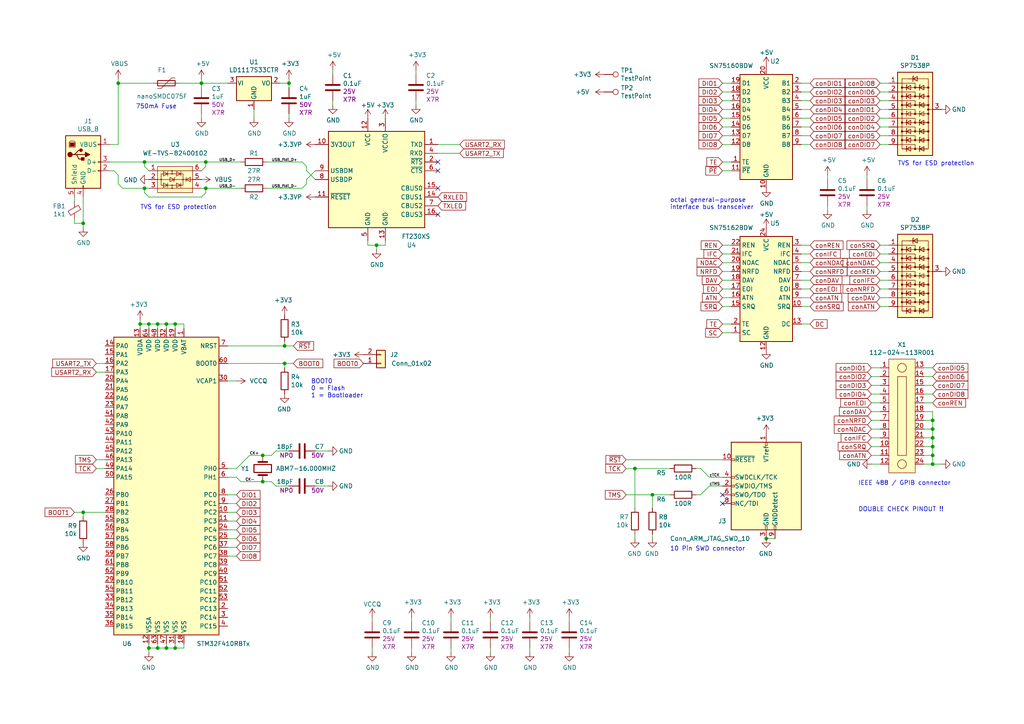
<source format=kicad_sch>
(kicad_sch (version 20210406) (generator eeschema)
  (paper "A4")
  (title_block (title "GPIB / IEEE 488 to USB Serial Adapter") (date "2020-08-19") (rev "01") (company "SBE") (comment 1 "Based on design by Galvant Industries"))
  (junction (at 24.13 64.77) (diameter 0.9144))
  (junction (at 24.13 148.59) (diameter 0.9144))
  (junction (at 34.29 24.13) (diameter 0.9144))
  (junction (at 40.64 93.98) (diameter 0.9144))
  (junction (at 41.91 46.99) (diameter 0.9144))
  (junction (at 41.91 54.61) (diameter 0.9144))
  (junction (at 43.18 93.98) (diameter 0.9144))
  (junction (at 43.18 187.96) (diameter 0.9144))
  (junction (at 45.72 93.98) (diameter 0.9144))
  (junction (at 45.72 187.96) (diameter 0.9144))
  (junction (at 48.26 93.98) (diameter 0.9144))
  (junction (at 48.26 187.96) (diameter 0.9144))
  (junction (at 50.8 93.98) (diameter 0.9144))
  (junction (at 50.8 187.96) (diameter 0.9144))
  (junction (at 58.42 24.13) (diameter 0.9144))
  (junction (at 59.69 46.99) (diameter 0.9144))
  (junction (at 59.69 54.61) (diameter 0.9144))
  (junction (at 76.2 132.08) (diameter 0.9144))
  (junction (at 76.2 139.7) (diameter 0.9144))
  (junction (at 82.55 100.33) (diameter 0.9144))
  (junction (at 82.55 105.41) (diameter 0.9144))
  (junction (at 83.82 24.13) (diameter 0.9144))
  (junction (at 109.22 71.12) (diameter 0.9144))
  (junction (at 184.15 135.89) (diameter 0.9144))
  (junction (at 189.23 143.51) (diameter 0.9144))
  (junction (at 222.25 156.21) (diameter 0.9144))
  (junction (at 270.51 121.92) (diameter 0.9144))
  (junction (at 270.51 124.46) (diameter 0.9144))
  (junction (at 270.51 127) (diameter 0.9144))
  (junction (at 270.51 129.54) (diameter 0.9144))
  (junction (at 270.51 132.08) (diameter 0.9144))
  (junction (at 270.51 134.62) (diameter 0.9144))
  (no_connect (at 127 46.99))
  (no_connect (at 127 49.53))
  (no_connect (at 127 54.61))
  (no_connect (at 127 62.23))
  (no_connect (at 209.55 143.51))
  (no_connect (at 209.55 146.05))
  (wire (pts (xy 21.59 58.42) (xy 21.59 57.15)))
  (wire (pts (xy 21.59 64.77) (xy 21.59 63.5)))
  (wire (pts (xy 21.59 148.59) (xy 24.13 148.59)))
  (wire (pts (xy 24.13 57.15) (xy 24.13 64.77)))
  (wire (pts (xy 24.13 64.77) (xy 21.59 64.77)))
  (wire (pts (xy 24.13 64.77) (xy 24.13 66.04)))
  (wire (pts (xy 24.13 148.59) (xy 30.48 148.59)))
  (wire (pts (xy 24.13 149.86) (xy 24.13 148.59)))
  (wire (pts (xy 27.94 105.41) (xy 30.48 105.41)))
  (wire (pts (xy 27.94 133.35) (xy 30.48 133.35)))
  (wire (pts (xy 30.48 107.95) (xy 27.94 107.95)))
  (wire (pts (xy 30.48 135.89) (xy 27.94 135.89)))
  (wire (pts (xy 31.75 41.91) (xy 34.29 41.91)))
  (wire (pts (xy 31.75 46.99) (xy 41.91 46.99)))
  (wire (pts (xy 31.75 49.53) (xy 33.02 49.53)))
  (wire (pts (xy 33.02 49.53) (xy 34.29 50.8)))
  (wire (pts (xy 34.29 22.86) (xy 34.29 24.13)))
  (wire (pts (xy 34.29 24.13) (xy 34.29 41.91)))
  (wire (pts (xy 34.29 50.8) (xy 34.29 53.34)))
  (wire (pts (xy 34.29 53.34) (xy 35.56 54.61)))
  (wire (pts (xy 35.56 54.61) (xy 41.91 54.61)))
  (wire (pts (xy 40.64 92.71) (xy 40.64 93.98)))
  (wire (pts (xy 40.64 93.98) (xy 40.64 95.25)))
  (wire (pts (xy 40.64 93.98) (xy 43.18 93.98)))
  (wire (pts (xy 41.91 46.99) (xy 59.69 46.99)))
  (wire (pts (xy 41.91 48.26) (xy 41.91 46.99)))
  (wire (pts (xy 41.91 54.61) (xy 41.91 55.88)))
  (wire (pts (xy 41.91 54.61) (xy 43.18 54.61)))
  (wire (pts (xy 41.91 55.88) (xy 43.18 57.15)))
  (wire (pts (xy 43.18 49.53) (xy 41.91 48.26)))
  (wire (pts (xy 43.18 57.15) (xy 58.42 57.15)))
  (wire (pts (xy 43.18 93.98) (xy 43.18 95.25)))
  (wire (pts (xy 43.18 93.98) (xy 45.72 93.98)))
  (wire (pts (xy 43.18 187.96) (xy 43.18 186.69)))
  (wire (pts (xy 43.18 187.96) (xy 43.18 189.23)))
  (wire (pts (xy 44.45 24.13) (xy 34.29 24.13)))
  (wire (pts (xy 45.72 93.98) (xy 48.26 93.98)))
  (wire (pts (xy 45.72 95.25) (xy 45.72 93.98)))
  (wire (pts (xy 45.72 187.96) (xy 43.18 187.96)))
  (wire (pts (xy 45.72 187.96) (xy 45.72 186.69)))
  (wire (pts (xy 48.26 93.98) (xy 48.26 95.25)))
  (wire (pts (xy 48.26 93.98) (xy 50.8 93.98)))
  (wire (pts (xy 48.26 187.96) (xy 45.72 187.96)))
  (wire (pts (xy 48.26 187.96) (xy 48.26 186.69)))
  (wire (pts (xy 50.8 93.98) (xy 53.34 93.98)))
  (wire (pts (xy 50.8 95.25) (xy 50.8 93.98)))
  (wire (pts (xy 50.8 187.96) (xy 48.26 187.96)))
  (wire (pts (xy 50.8 187.96) (xy 50.8 186.69)))
  (wire (pts (xy 52.07 24.13) (xy 58.42 24.13)))
  (wire (pts (xy 53.34 93.98) (xy 53.34 95.25)))
  (wire (pts (xy 53.34 186.69) (xy 53.34 187.96)))
  (wire (pts (xy 53.34 187.96) (xy 50.8 187.96)))
  (wire (pts (xy 58.42 24.13) (xy 58.42 22.86)))
  (wire (pts (xy 58.42 25.4) (xy 58.42 24.13)))
  (wire (pts (xy 58.42 33.02) (xy 58.42 34.29)))
  (wire (pts (xy 58.42 49.53) (xy 59.69 48.26)))
  (wire (pts (xy 58.42 54.61) (xy 59.69 54.61)))
  (wire (pts (xy 58.42 57.15) (xy 59.69 55.88)))
  (wire (pts (xy 59.69 46.99) (xy 69.85 46.99)))
  (wire (pts (xy 59.69 48.26) (xy 59.69 46.99)))
  (wire (pts (xy 59.69 54.61) (xy 69.85 54.61)))
  (wire (pts (xy 59.69 55.88) (xy 59.69 54.61)))
  (wire (pts (xy 66.04 24.13) (xy 58.42 24.13)))
  (wire (pts (xy 66.04 100.33) (xy 82.55 100.33)))
  (wire (pts (xy 66.04 105.41) (xy 82.55 105.41)))
  (wire (pts (xy 66.04 135.89) (xy 68.58 135.89)))
  (wire (pts (xy 68.58 110.49) (xy 66.04 110.49)))
  (wire (pts (xy 68.58 135.89) (xy 72.39 132.08)))
  (wire (pts (xy 68.58 138.43) (xy 66.04 138.43)))
  (wire (pts (xy 68.58 143.51) (xy 66.04 143.51)))
  (wire (pts (xy 68.58 146.05) (xy 66.04 146.05)))
  (wire (pts (xy 68.58 148.59) (xy 66.04 148.59)))
  (wire (pts (xy 68.58 151.13) (xy 66.04 151.13)))
  (wire (pts (xy 68.58 153.67) (xy 66.04 153.67)))
  (wire (pts (xy 68.58 156.21) (xy 66.04 156.21)))
  (wire (pts (xy 68.58 158.75) (xy 66.04 158.75)))
  (wire (pts (xy 68.58 161.29) (xy 66.04 161.29)))
  (wire (pts (xy 69.85 139.7) (xy 68.58 138.43)))
  (wire (pts (xy 72.39 132.08) (xy 76.2 132.08)))
  (wire (pts (xy 73.66 34.29) (xy 73.66 31.75)))
  (wire (pts (xy 76.2 132.08) (xy 78.74 132.08)))
  (wire (pts (xy 76.2 139.7) (xy 69.85 139.7)))
  (wire (pts (xy 77.47 46.99) (xy 87.63 46.99)))
  (wire (pts (xy 77.47 54.61) (xy 87.63 54.61)))
  (wire (pts (xy 78.74 132.08) (xy 80.01 130.81)))
  (wire (pts (xy 78.74 139.7) (xy 76.2 139.7)))
  (wire (pts (xy 80.01 130.81) (xy 83.82 130.81)))
  (wire (pts (xy 80.01 140.97) (xy 78.74 139.7)))
  (wire (pts (xy 82.55 99.06) (xy 82.55 100.33)))
  (wire (pts (xy 82.55 100.33) (xy 85.09 100.33)))
  (wire (pts (xy 82.55 105.41) (xy 85.09 105.41)))
  (wire (pts (xy 82.55 106.68) (xy 82.55 105.41)))
  (wire (pts (xy 83.82 24.13) (xy 81.28 24.13)))
  (wire (pts (xy 83.82 24.13) (xy 83.82 22.86)))
  (wire (pts (xy 83.82 25.4) (xy 83.82 24.13)))
  (wire (pts (xy 83.82 33.02) (xy 83.82 34.29)))
  (wire (pts (xy 83.82 140.97) (xy 80.01 140.97)))
  (wire (pts (xy 88.9 48.26) (xy 87.63 46.99)))
  (wire (pts (xy 88.9 49.53) (xy 88.9 48.26)))
  (wire (pts (xy 88.9 52.07) (xy 88.9 53.34)))
  (wire (pts (xy 88.9 53.34) (xy 87.63 54.61)))
  (wire (pts (xy 91.44 49.53) (xy 88.9 52.07)))
  (wire (pts (xy 91.44 52.07) (xy 88.9 49.53)))
  (wire (pts (xy 95.25 130.81) (xy 91.44 130.81)))
  (wire (pts (xy 95.25 140.97) (xy 91.44 140.97)))
  (wire (pts (xy 96.52 20.32) (xy 96.52 21.59)))
  (wire (pts (xy 96.52 29.21) (xy 96.52 30.48)))
  (wire (pts (xy 106.68 71.12) (xy 106.68 69.85)))
  (wire (pts (xy 107.95 179.07) (xy 107.95 180.34)))
  (wire (pts (xy 107.95 187.96) (xy 107.95 189.23)))
  (wire (pts (xy 109.22 71.12) (xy 106.68 71.12)))
  (wire (pts (xy 109.22 71.12) (xy 109.22 72.39)))
  (wire (pts (xy 111.76 69.85) (xy 111.76 71.12)))
  (wire (pts (xy 111.76 71.12) (xy 109.22 71.12)))
  (wire (pts (xy 119.38 179.07) (xy 119.38 180.34)))
  (wire (pts (xy 119.38 187.96) (xy 119.38 189.23)))
  (wire (pts (xy 120.65 20.32) (xy 120.65 21.59)))
  (wire (pts (xy 120.65 29.21) (xy 120.65 30.48)))
  (wire (pts (xy 127 44.45) (xy 133.35 44.45)))
  (wire (pts (xy 130.81 179.07) (xy 130.81 180.34)))
  (wire (pts (xy 130.81 187.96) (xy 130.81 189.23)))
  (wire (pts (xy 133.35 41.91) (xy 127 41.91)))
  (wire (pts (xy 142.24 179.07) (xy 142.24 180.34)))
  (wire (pts (xy 142.24 187.96) (xy 142.24 189.23)))
  (wire (pts (xy 153.67 179.07) (xy 153.67 180.34)))
  (wire (pts (xy 153.67 187.96) (xy 153.67 189.23)))
  (wire (pts (xy 165.1 179.07) (xy 165.1 180.34)))
  (wire (pts (xy 165.1 187.96) (xy 165.1 189.23)))
  (wire (pts (xy 181.61 133.35) (xy 209.55 133.35)))
  (wire (pts (xy 181.61 135.89) (xy 184.15 135.89)))
  (wire (pts (xy 181.61 143.51) (xy 189.23 143.51)))
  (wire (pts (xy 184.15 147.32) (xy 184.15 135.89)))
  (wire (pts (xy 184.15 156.21) (xy 184.15 154.94)))
  (wire (pts (xy 189.23 147.32) (xy 189.23 143.51)))
  (wire (pts (xy 189.23 156.21) (xy 189.23 154.94)))
  (wire (pts (xy 194.31 135.89) (xy 184.15 135.89)))
  (wire (pts (xy 194.31 143.51) (xy 189.23 143.51)))
  (wire (pts (xy 203.2 135.89) (xy 201.93 135.89)))
  (wire (pts (xy 203.2 143.51) (xy 201.93 143.51)))
  (wire (pts (xy 205.74 138.43) (xy 203.2 135.89)))
  (wire (pts (xy 205.74 140.97) (xy 203.2 143.51)))
  (wire (pts (xy 209.55 24.13) (xy 212.09 24.13)))
  (wire (pts (xy 209.55 26.67) (xy 212.09 26.67)))
  (wire (pts (xy 209.55 29.21) (xy 212.09 29.21)))
  (wire (pts (xy 209.55 31.75) (xy 212.09 31.75)))
  (wire (pts (xy 209.55 34.29) (xy 212.09 34.29)))
  (wire (pts (xy 209.55 36.83) (xy 212.09 36.83)))
  (wire (pts (xy 209.55 39.37) (xy 212.09 39.37)))
  (wire (pts (xy 209.55 41.91) (xy 212.09 41.91)))
  (wire (pts (xy 209.55 46.99) (xy 212.09 46.99)))
  (wire (pts (xy 209.55 49.53) (xy 212.09 49.53)))
  (wire (pts (xy 209.55 71.12) (xy 212.09 71.12)))
  (wire (pts (xy 209.55 73.66) (xy 212.09 73.66)))
  (wire (pts (xy 209.55 76.2) (xy 212.09 76.2)))
  (wire (pts (xy 209.55 78.74) (xy 212.09 78.74)))
  (wire (pts (xy 209.55 81.28) (xy 212.09 81.28)))
  (wire (pts (xy 209.55 83.82) (xy 212.09 83.82)))
  (wire (pts (xy 209.55 86.36) (xy 212.09 86.36)))
  (wire (pts (xy 209.55 88.9) (xy 212.09 88.9)))
  (wire (pts (xy 209.55 93.98) (xy 212.09 93.98)))
  (wire (pts (xy 209.55 96.52) (xy 212.09 96.52)))
  (wire (pts (xy 209.55 138.43) (xy 205.74 138.43)))
  (wire (pts (xy 209.55 140.97) (xy 205.74 140.97)))
  (wire (pts (xy 222.25 156.21) (xy 224.79 156.21)))
  (wire (pts (xy 232.41 26.67) (xy 234.95 26.67)))
  (wire (pts (xy 232.41 31.75) (xy 234.95 31.75)))
  (wire (pts (xy 232.41 36.83) (xy 234.95 36.83)))
  (wire (pts (xy 232.41 41.91) (xy 234.95 41.91)))
  (wire (pts (xy 232.41 73.66) (xy 234.95 73.66)))
  (wire (pts (xy 232.41 78.74) (xy 234.95 78.74)))
  (wire (pts (xy 232.41 83.82) (xy 234.95 83.82)))
  (wire (pts (xy 232.41 88.9) (xy 234.95 88.9)))
  (wire (pts (xy 234.95 24.13) (xy 232.41 24.13)))
  (wire (pts (xy 234.95 29.21) (xy 232.41 29.21)))
  (wire (pts (xy 234.95 34.29) (xy 232.41 34.29)))
  (wire (pts (xy 234.95 39.37) (xy 232.41 39.37)))
  (wire (pts (xy 234.95 71.12) (xy 232.41 71.12)))
  (wire (pts (xy 234.95 76.2) (xy 232.41 76.2)))
  (wire (pts (xy 234.95 81.28) (xy 232.41 81.28)))
  (wire (pts (xy 234.95 86.36) (xy 232.41 86.36)))
  (wire (pts (xy 234.95 93.98) (xy 232.41 93.98)))
  (wire (pts (xy 240.03 50.8) (xy 240.03 52.07)))
  (wire (pts (xy 240.03 59.69) (xy 240.03 60.96)))
  (wire (pts (xy 251.46 50.8) (xy 251.46 52.07)))
  (wire (pts (xy 251.46 59.69) (xy 251.46 60.96)))
  (wire (pts (xy 252.73 106.68) (xy 255.27 106.68)))
  (wire (pts (xy 252.73 111.76) (xy 255.27 111.76)))
  (wire (pts (xy 252.73 116.84) (xy 255.27 116.84)))
  (wire (pts (xy 252.73 121.92) (xy 255.27 121.92)))
  (wire (pts (xy 252.73 127) (xy 255.27 127)))
  (wire (pts (xy 252.73 132.08) (xy 255.27 132.08)))
  (wire (pts (xy 255.27 24.13) (xy 257.81 24.13)))
  (wire (pts (xy 255.27 29.21) (xy 257.81 29.21)))
  (wire (pts (xy 255.27 34.29) (xy 257.81 34.29)))
  (wire (pts (xy 255.27 39.37) (xy 257.81 39.37)))
  (wire (pts (xy 255.27 71.12) (xy 257.81 71.12)))
  (wire (pts (xy 255.27 76.2) (xy 257.81 76.2)))
  (wire (pts (xy 255.27 81.28) (xy 257.81 81.28)))
  (wire (pts (xy 255.27 86.36) (xy 257.81 86.36)))
  (wire (pts (xy 255.27 109.22) (xy 252.73 109.22)))
  (wire (pts (xy 255.27 114.3) (xy 252.73 114.3)))
  (wire (pts (xy 255.27 119.38) (xy 252.73 119.38)))
  (wire (pts (xy 255.27 124.46) (xy 252.73 124.46)))
  (wire (pts (xy 255.27 129.54) (xy 252.73 129.54)))
  (wire (pts (xy 255.27 134.62) (xy 252.73 134.62)))
  (wire (pts (xy 257.81 26.67) (xy 255.27 26.67)))
  (wire (pts (xy 257.81 31.75) (xy 255.27 31.75)))
  (wire (pts (xy 257.81 36.83) (xy 255.27 36.83)))
  (wire (pts (xy 257.81 41.91) (xy 255.27 41.91)))
  (wire (pts (xy 257.81 73.66) (xy 255.27 73.66)))
  (wire (pts (xy 257.81 78.74) (xy 255.27 78.74)))
  (wire (pts (xy 257.81 83.82) (xy 255.27 83.82)))
  (wire (pts (xy 257.81 88.9) (xy 255.27 88.9)))
  (wire (pts (xy 267.97 106.68) (xy 270.51 106.68)))
  (wire (pts (xy 267.97 111.76) (xy 270.51 111.76)))
  (wire (pts (xy 267.97 116.84) (xy 270.51 116.84)))
  (wire (pts (xy 267.97 121.92) (xy 270.51 121.92)))
  (wire (pts (xy 267.97 127) (xy 270.51 127)))
  (wire (pts (xy 267.97 132.08) (xy 270.51 132.08)))
  (wire (pts (xy 267.97 134.62) (xy 270.51 134.62)))
  (wire (pts (xy 270.51 109.22) (xy 267.97 109.22)))
  (wire (pts (xy 270.51 114.3) (xy 267.97 114.3)))
  (wire (pts (xy 270.51 119.38) (xy 267.97 119.38)))
  (wire (pts (xy 270.51 121.92) (xy 270.51 119.38)))
  (wire (pts (xy 270.51 124.46) (xy 267.97 124.46)))
  (wire (pts (xy 270.51 124.46) (xy 270.51 121.92)))
  (wire (pts (xy 270.51 127) (xy 270.51 124.46)))
  (wire (pts (xy 270.51 129.54) (xy 267.97 129.54)))
  (wire (pts (xy 270.51 129.54) (xy 270.51 127)))
  (wire (pts (xy 270.51 132.08) (xy 270.51 129.54)))
  (wire (pts (xy 270.51 134.62) (xy 270.51 132.08)))
  (wire (pts (xy 270.51 134.62) (xy 273.05 134.62)))
  (text "750mA Fuse" (at 39.37 31.75 0) (effects (font (size 1.27 1.27)) (justify left bottom)))
  (text "TVS for ESD protection" (at 40.64 60.96 0) (effects (font (size 1.27 1.27)) (justify left bottom)))
  (text "BOOT0\n0 = Flash\n1 = Bootloader" (at 90.17 115.57 0) (effects (font (size 1.27 1.27)) (justify left bottom)))
  (text "octal general-purpose\ninterface bus transceiver" (at 194.31 60.96 0) (effects (font (size 1.27 1.27)) (justify left bottom)))
  (text "10 Pin SWD connector" (at 194.31 160.02 0) (effects (font (size 1.27 1.27)) (justify left bottom)))
  (text "IEEE 488 / GPIB connector" (at 248.92 140.97 0) (effects (font (size 1.27 1.27)) (justify left bottom)))
  (text "DOUBLE CHECK PINOUT !!" (at 248.92 148.59 0) (effects (font (size 1.27 1.27)) (justify left bottom)))
  (text "TVS for ESD protection" (at 260.35 48.26 0) (effects (font (size 1.27 1.27)) (justify left bottom)))
  (label "USB_D+" (at 63.5 46.99 0) (effects (font (size 0.7874 0.7874))))
  (label "USB_D-" (at 63.5 54.61 0) (effects (font (size 0.7874 0.7874))))
  (label "CK-" (at 71.12 139.7 0) (effects (font (size 0.7874 0.7874))))
  (label "CK+" (at 72.39 132.08 0) (effects (font (size 0.7874 0.7874))))
  (label "USB_ftdi_D+" (at 78.74 46.99 0) (effects (font (size 0.7874 0.7874))))
  (label "USB_ftdi_D-" (at 78.74 54.61 0) (effects (font (size 0.7874 0.7874))))
  (label "cTCK" (at 205.74 138.43 0) (effects (font (size 0.7874 0.7874))))
  (label "cTMS" (at 205.74 140.97 0) (effects (font (size 0.7874 0.7874))))
  (global_label "BOOT1" (shape input) (at 21.59 148.59 180) (property "Intersheet References" "${INTERSHEET_REFS}" (effects hide)))
  (global_label "USART2_TX" (shape input) (at 27.94 105.41 180) (property "Intersheet References" "${INTERSHEET_REFS}" (effects hide)))
  (global_label "USART2_RX" (shape input) (at 27.94 107.95 180) (property "Intersheet References" "${INTERSHEET_REFS}" (effects hide)))
  (global_label "TMS" (shape input) (at 27.94 133.35 180) (property "Intersheet References" "${INTERSHEET_REFS}" (effects hide)))
  (global_label "TCK" (shape input) (at 27.94 135.89 180) (property "Intersheet References" "${INTERSHEET_REFS}" (effects hide)))
  (global_label "DIO1" (shape input) (at 68.58 143.51 0) (property "Intersheet References" "${INTERSHEET_REFS}" (effects hide)))
  (global_label "DIO2" (shape input) (at 68.58 146.05 0) (property "Intersheet References" "${INTERSHEET_REFS}" (effects hide)))
  (global_label "DIO3" (shape input) (at 68.58 148.59 0) (property "Intersheet References" "${INTERSHEET_REFS}" (effects hide)))
  (global_label "DIO4" (shape input) (at 68.58 151.13 0) (property "Intersheet References" "${INTERSHEET_REFS}" (effects hide)))
  (global_label "DIO5" (shape input) (at 68.58 153.67 0) (property "Intersheet References" "${INTERSHEET_REFS}" (effects hide)))
  (global_label "DIO6" (shape input) (at 68.58 156.21 0) (property "Intersheet References" "${INTERSHEET_REFS}" (effects hide)))
  (global_label "DIO7" (shape input) (at 68.58 158.75 0) (property "Intersheet References" "${INTERSHEET_REFS}" (effects hide)))
  (global_label "DIO8" (shape input) (at 68.58 161.29 0) (property "Intersheet References" "${INTERSHEET_REFS}" (effects hide)))
  (global_label "~RST~" (shape input) (at 85.09 100.33 0) (property "Intersheet References" "${INTERSHEET_REFS}" (effects hide)))
  (global_label "BOOT0" (shape input) (at 85.09 105.41 0) (property "Intersheet References" "${INTERSHEET_REFS}" (effects hide)))
  (global_label "BOOT0" (shape input) (at 105.41 105.41 180) (property "Intersheet References" "${INTERSHEET_REFS}" (effects hide)))
  (global_label "RXLED" (shape input) (at 127 57.15 0) (property "Intersheet References" "${INTERSHEET_REFS}" (effects hide)))
  (global_label "TXLED" (shape input) (at 127 59.69 0) (property "Intersheet References" "${INTERSHEET_REFS}" (effects hide)))
  (global_label "USART2_RX" (shape input) (at 133.35 41.91 0) (property "Intersheet References" "${INTERSHEET_REFS}" (effects hide)))
  (global_label "USART2_TX" (shape input) (at 133.35 44.45 0) (property "Intersheet References" "${INTERSHEET_REFS}" (effects hide)))
  (global_label "~RST~" (shape input) (at 181.61 133.35 180) (property "Intersheet References" "${INTERSHEET_REFS}" (effects hide)))
  (global_label "TCK" (shape input) (at 181.61 135.89 180) (property "Intersheet References" "${INTERSHEET_REFS}" (effects hide)))
  (global_label "TMS" (shape input) (at 181.61 143.51 180) (property "Intersheet References" "${INTERSHEET_REFS}" (effects hide)))
  (global_label "DIO1" (shape input) (at 209.55 24.13 180) (property "Intersheet References" "${INTERSHEET_REFS}" (effects hide)))
  (global_label "DIO2" (shape input) (at 209.55 26.67 180) (property "Intersheet References" "${INTERSHEET_REFS}" (effects hide)))
  (global_label "DIO3" (shape input) (at 209.55 29.21 180) (property "Intersheet References" "${INTERSHEET_REFS}" (effects hide)))
  (global_label "DIO4" (shape input) (at 209.55 31.75 180) (property "Intersheet References" "${INTERSHEET_REFS}" (effects hide)))
  (global_label "DIO5" (shape input) (at 209.55 34.29 180) (property "Intersheet References" "${INTERSHEET_REFS}" (effects hide)))
  (global_label "DIO6" (shape input) (at 209.55 36.83 180) (property "Intersheet References" "${INTERSHEET_REFS}" (effects hide)))
  (global_label "DIO7" (shape input) (at 209.55 39.37 180) (property "Intersheet References" "${INTERSHEET_REFS}" (effects hide)))
  (global_label "DIO8" (shape input) (at 209.55 41.91 180) (property "Intersheet References" "${INTERSHEET_REFS}" (effects hide)))
  (global_label "TE" (shape input) (at 209.55 46.99 180) (property "Intersheet References" "${INTERSHEET_REFS}" (effects hide)))
  (global_label "~PE~" (shape input) (at 209.55 49.53 180) (property "Intersheet References" "${INTERSHEET_REFS}" (effects hide)))
  (global_label "REN" (shape input) (at 209.55 71.12 180) (property "Intersheet References" "${INTERSHEET_REFS}" (effects hide)))
  (global_label "IFC" (shape input) (at 209.55 73.66 180) (property "Intersheet References" "${INTERSHEET_REFS}" (effects hide)))
  (global_label "NDAC" (shape input) (at 209.55 76.2 180) (property "Intersheet References" "${INTERSHEET_REFS}" (effects hide)))
  (global_label "NRFD" (shape input) (at 209.55 78.74 180) (property "Intersheet References" "${INTERSHEET_REFS}" (effects hide)))
  (global_label "DAV" (shape input) (at 209.55 81.28 180) (property "Intersheet References" "${INTERSHEET_REFS}" (effects hide)))
  (global_label "EOI" (shape input) (at 209.55 83.82 180) (property "Intersheet References" "${INTERSHEET_REFS}" (effects hide)))
  (global_label "ATN" (shape input) (at 209.55 86.36 180) (property "Intersheet References" "${INTERSHEET_REFS}" (effects hide)))
  (global_label "SRQ" (shape input) (at 209.55 88.9 180) (property "Intersheet References" "${INTERSHEET_REFS}" (effects hide)))
  (global_label "TE" (shape input) (at 209.55 93.98 180) (property "Intersheet References" "${INTERSHEET_REFS}" (effects hide)))
  (global_label "SC" (shape input) (at 209.55 96.52 180) (property "Intersheet References" "${INTERSHEET_REFS}" (effects hide)))
  (global_label "conDIO1" (shape input) (at 234.95 24.13 0) (property "Intersheet References" "${INTERSHEET_REFS}" (effects hide)))
  (global_label "conDIO2" (shape input) (at 234.95 26.67 0) (property "Intersheet References" "${INTERSHEET_REFS}" (effects hide)))
  (global_label "conDIO3" (shape input) (at 234.95 29.21 0) (property "Intersheet References" "${INTERSHEET_REFS}" (effects hide)))
  (global_label "conDIO4" (shape input) (at 234.95 31.75 0) (property "Intersheet References" "${INTERSHEET_REFS}" (effects hide)))
  (global_label "conDIO5" (shape input) (at 234.95 34.29 0) (property "Intersheet References" "${INTERSHEET_REFS}" (effects hide)))
  (global_label "conDIO6" (shape input) (at 234.95 36.83 0) (property "Intersheet References" "${INTERSHEET_REFS}" (effects hide)))
  (global_label "conDIO7" (shape input) (at 234.95 39.37 0) (property "Intersheet References" "${INTERSHEET_REFS}" (effects hide)))
  (global_label "conDIO8" (shape input) (at 234.95 41.91 0) (property "Intersheet References" "${INTERSHEET_REFS}" (effects hide)))
  (global_label "conREN" (shape input) (at 234.95 71.12 0) (property "Intersheet References" "${INTERSHEET_REFS}" (effects hide)))
  (global_label "conIFC" (shape input) (at 234.95 73.66 0) (property "Intersheet References" "${INTERSHEET_REFS}" (effects hide)))
  (global_label "conNDAC" (shape input) (at 234.95 76.2 0) (property "Intersheet References" "${INTERSHEET_REFS}" (effects hide)))
  (global_label "conNRFD" (shape input) (at 234.95 78.74 0) (property "Intersheet References" "${INTERSHEET_REFS}" (effects hide)))
  (global_label "conDAV" (shape input) (at 234.95 81.28 0) (property "Intersheet References" "${INTERSHEET_REFS}" (effects hide)))
  (global_label "conEOI" (shape input) (at 234.95 83.82 0) (property "Intersheet References" "${INTERSHEET_REFS}" (effects hide)))
  (global_label "conATN" (shape input) (at 234.95 86.36 0) (property "Intersheet References" "${INTERSHEET_REFS}" (effects hide)))
  (global_label "conSRQ" (shape input) (at 234.95 88.9 0) (property "Intersheet References" "${INTERSHEET_REFS}" (effects hide)))
  (global_label "DC" (shape input) (at 234.95 93.98 0) (property "Intersheet References" "${INTERSHEET_REFS}" (effects hide)))
  (global_label "conDIO1" (shape input) (at 252.73 106.68 180) (property "Intersheet References" "${INTERSHEET_REFS}" (effects hide)))
  (global_label "conDIO2" (shape input) (at 252.73 109.22 180) (property "Intersheet References" "${INTERSHEET_REFS}" (effects hide)))
  (global_label "conDIO3" (shape input) (at 252.73 111.76 180) (property "Intersheet References" "${INTERSHEET_REFS}" (effects hide)))
  (global_label "conDIO4" (shape input) (at 252.73 114.3 180) (property "Intersheet References" "${INTERSHEET_REFS}" (effects hide)))
  (global_label "conEOI" (shape input) (at 252.73 116.84 180) (property "Intersheet References" "${INTERSHEET_REFS}" (effects hide)))
  (global_label "conDAV" (shape input) (at 252.73 119.38 180) (property "Intersheet References" "${INTERSHEET_REFS}" (effects hide)))
  (global_label "conNRFD" (shape input) (at 252.73 121.92 180) (property "Intersheet References" "${INTERSHEET_REFS}" (effects hide)))
  (global_label "conNDAC" (shape input) (at 252.73 124.46 180) (property "Intersheet References" "${INTERSHEET_REFS}" (effects hide)))
  (global_label "conIFC" (shape input) (at 252.73 127 180) (property "Intersheet References" "${INTERSHEET_REFS}" (effects hide)))
  (global_label "conSRQ" (shape input) (at 252.73 129.54 180) (property "Intersheet References" "${INTERSHEET_REFS}" (effects hide)))
  (global_label "conATN" (shape input) (at 252.73 132.08 180) (property "Intersheet References" "${INTERSHEET_REFS}" (effects hide)))
  (global_label "conDIO8" (shape input) (at 255.27 24.13 180) (property "Intersheet References" "${INTERSHEET_REFS}" (effects hide)))
  (global_label "conDIO6" (shape input) (at 255.27 26.67 180) (property "Intersheet References" "${INTERSHEET_REFS}" (effects hide)))
  (global_label "conDIO3" (shape input) (at 255.27 29.21 180) (property "Intersheet References" "${INTERSHEET_REFS}" (effects hide)))
  (global_label "conDIO1" (shape input) (at 255.27 31.75 180) (property "Intersheet References" "${INTERSHEET_REFS}" (effects hide)))
  (global_label "conDIO2" (shape input) (at 255.27 34.29 180) (property "Intersheet References" "${INTERSHEET_REFS}" (effects hide)))
  (global_label "conDIO4" (shape input) (at 255.27 36.83 180) (property "Intersheet References" "${INTERSHEET_REFS}" (effects hide)))
  (global_label "conDIO5" (shape input) (at 255.27 39.37 180) (property "Intersheet References" "${INTERSHEET_REFS}" (effects hide)))
  (global_label "conDIO7" (shape input) (at 255.27 41.91 180) (property "Intersheet References" "${INTERSHEET_REFS}" (effects hide)))
  (global_label "conSRQ" (shape input) (at 255.27 71.12 180) (property "Intersheet References" "${INTERSHEET_REFS}" (effects hide)))
  (global_label "conEOI" (shape input) (at 255.27 73.66 180) (property "Intersheet References" "${INTERSHEET_REFS}" (effects hide)))
  (global_label "conNDAC" (shape input) (at 255.27 76.2 180) (property "Intersheet References" "${INTERSHEET_REFS}" (effects hide)))
  (global_label "conREN" (shape input) (at 255.27 78.74 180) (property "Intersheet References" "${INTERSHEET_REFS}" (effects hide)))
  (global_label "conIFC" (shape input) (at 255.27 81.28 180) (property "Intersheet References" "${INTERSHEET_REFS}" (effects hide)))
  (global_label "conNRFD" (shape input) (at 255.27 83.82 180) (property "Intersheet References" "${INTERSHEET_REFS}" (effects hide)))
  (global_label "conDAV" (shape input) (at 255.27 86.36 180) (property "Intersheet References" "${INTERSHEET_REFS}" (effects hide)))
  (global_label "conATN" (shape input) (at 255.27 88.9 180) (property "Intersheet References" "${INTERSHEET_REFS}" (effects hide)))
  (global_label "conDIO5" (shape input) (at 270.51 106.68 0) (property "Intersheet References" "${INTERSHEET_REFS}" (effects hide)))
  (global_label "conDIO6" (shape input) (at 270.51 109.22 0) (property "Intersheet References" "${INTERSHEET_REFS}" (effects hide)))
  (global_label "conDIO7" (shape input) (at 270.51 111.76 0) (property "Intersheet References" "${INTERSHEET_REFS}" (effects hide)))
  (global_label "conDIO8" (shape input) (at 270.51 114.3 0) (property "Intersheet References" "${INTERSHEET_REFS}" (effects hide)))
  (global_label "conREN" (shape input) (at 270.51 116.84 0) (property "Intersheet References" "${INTERSHEET_REFS}" (effects hide)))
  (symbol (lib_id "power:VBUS") (at 34.29 22.86 0) (unit 1)
    (property "Reference" "#PWR05" (effects hide))
    (property "Value" "VBUS" (at 34.671 18.4658 0))
  )
  (symbol (lib_id "power:+3.3V") (at 40.64 92.71 0) (mirror y) (unit 1)
    (property "Reference" "#PWR029" (effects hide))
    (property "Value" "+3.3V" (at 40.259 88.3158 0))
  )
  (symbol (lib_id "power:+5V") (at 58.42 22.86 0) (unit 1)
    (property "Reference" "#PWR06" (effects hide))
    (property "Value" "+5V" (at 58.801 18.4658 0))
  )
  (symbol (lib_id "power:VBUS") (at 58.42 52.07 270) (unit 1)
    (property "Reference" "#PWR020" (effects hide))
    (property "Value" "VBUS" (at 62.23 52.07 90) (effects (justify left)))
  )
  (symbol (lib_id "power:VCCQ") (at 68.58 110.49 270) (mirror x) (unit 1)
    (property "Reference" "#PWR032" (effects hide))
    (property "Value" "VCCQ" (at 72.39 110.49 90) (effects (justify left)))
  )
  (symbol (lib_id "power:+3.3V") (at 82.55 91.44 0) (mirror y) (unit 1)
    (property "Reference" "#PWR028" (effects hide))
    (property "Value" "+3.3V" (at 82.169 87.0458 0))
  )
  (symbol (lib_id "power:+3.3V") (at 83.82 22.86 0) (unit 1)
    (property "Reference" "#PWR07" (effects hide))
    (property "Value" "+3.3V" (at 84.201 18.4658 0))
  )
  (symbol (lib_id "power:+3.3VP") (at 91.44 41.91 90) (unit 1)
    (property "Reference" "#PWR0101" (effects hide))
    (property "Value" "+3.3VP" (at 87.63 41.91 90) (effects (justify left)))
  )
  (symbol (lib_id "power:+3.3VP") (at 91.44 57.15 90) (unit 1)
    (property "Reference" "#PWR0102" (effects hide))
    (property "Value" "+3.3VP" (at 87.63 57.15 90) (effects (justify left)))
  )
  (symbol (lib_id "power:+5V") (at 96.52 20.32 0) (unit 1)
    (property "Reference" "#PWR02" (effects hide))
    (property "Value" "+5V" (at 96.901 15.9258 0))
  )
  (symbol (lib_id "power:+3.3V") (at 105.41 102.87 90) (mirror x) (unit 1)
    (property "Reference" "#PWR031" (effects hide))
    (property "Value" "+3.3V" (at 99.06 102.87 90))
  )
  (symbol (lib_id "power:+5V") (at 106.68 34.29 0) (unit 1)
    (property "Reference" "#PWR015" (effects hide))
    (property "Value" "+5V" (at 106.68 30.48 0))
  )
  (symbol (lib_id "power:VCCQ") (at 107.95 179.07 0) (unit 1)
    (property "Reference" "#PWR043" (effects hide))
    (property "Value" "VCCQ" (at 105.41 175.26 0) (effects (justify left)))
  )
  (symbol (lib_id "power:+3.3V") (at 111.76 34.29 0) (unit 1)
    (property "Reference" "#PWR016" (effects hide))
    (property "Value" "+3.3V" (at 111.76 30.48 0))
  )
  (symbol (lib_id "power:+3.3V") (at 119.38 179.07 0) (unit 1)
    (property "Reference" "#PWR044" (effects hide))
    (property "Value" "+3.3V" (at 119.761 174.6758 0))
  )
  (symbol (lib_id "power:+3.3V") (at 120.65 20.32 0) (unit 1)
    (property "Reference" "#PWR03" (effects hide))
    (property "Value" "+3.3V" (at 121.031 15.9258 0))
  )
  (symbol (lib_id "power:+3.3V") (at 130.81 179.07 0) (unit 1)
    (property "Reference" "#PWR045" (effects hide))
    (property "Value" "+3.3V" (at 131.191 174.6758 0))
  )
  (symbol (lib_id "power:+3.3V") (at 142.24 179.07 0) (unit 1)
    (property "Reference" "#PWR046" (effects hide))
    (property "Value" "+3.3V" (at 142.621 174.6758 0))
  )
  (symbol (lib_id "power:+3.3V") (at 153.67 179.07 0) (unit 1)
    (property "Reference" "#PWR047" (effects hide))
    (property "Value" "+3.3V" (at 154.051 174.6758 0))
  )
  (symbol (lib_id "power:+3.3V") (at 165.1 179.07 0) (unit 1)
    (property "Reference" "#PWR048" (effects hide))
    (property "Value" "+3.3V" (at 165.481 174.6758 0))
  )
  (symbol (lib_id "power:+3.3V") (at 175.26 21.59 90) (unit 1)
    (property "Reference" "#PWR04" (effects hide))
    (property "Value" "+3.3V" (at 168.91 21.59 90))
  )
  (symbol (lib_id "power:+5V") (at 175.26 26.67 90) (unit 1)
    (property "Reference" "#PWR08" (effects hide))
    (property "Value" "+5V" (at 168.91 26.67 90))
  )
  (symbol (lib_id "power:+5V") (at 222.25 19.05 0) (unit 1)
    (property "Reference" "#PWR01" (effects hide))
    (property "Value" "+5V" (at 222.25 15.24 0))
  )
  (symbol (lib_id "power:+5V") (at 222.25 66.04 0) (unit 1)
    (property "Reference" "#PWR025" (effects hide))
    (property "Value" "+5V" (at 222.25 62.23 0))
  )
  (symbol (lib_id "power:+3.3V") (at 222.25 125.73 0) (mirror y) (unit 1)
    (property "Reference" "#PWR034" (effects hide))
    (property "Value" "+3.3V" (at 221.869 121.3358 0))
  )
  (symbol (lib_id "power:+5V") (at 240.03 50.8 0) (unit 1)
    (property "Reference" "#PWR017" (effects hide))
    (property "Value" "+5V" (at 240.411 46.4058 0))
  )
  (symbol (lib_id "power:+5V") (at 251.46 50.8 0) (unit 1)
    (property "Reference" "#PWR018" (effects hide))
    (property "Value" "+5V" (at 251.841 46.4058 0))
  )
  (symbol (lib_id "Connector:TestPoint") (at 175.26 21.59 270) (unit 1)
    (property "Reference" "TP1" (at 180.0352 20.4216 90) (effects (justify left)))
    (property "Value" "TestPoint" (at 180.0352 22.733 90) (effects (justify left)))
    (property "Footprint" "TestPoint:TestPoint_Loop_D1.80mm_Drill1.0mm_Beaded" (effects hide))
    (property "article" "do not populate" (effects hide))
  )
  (symbol (lib_id "Connector:TestPoint") (at 175.26 26.67 270) (unit 1)
    (property "Reference" "TP2" (at 180.0352 25.5016 90) (effects (justify left)))
    (property "Value" "TestPoint" (at 180.0352 27.813 90) (effects (justify left)))
    (property "Footprint" "TestPoint:TestPoint_Loop_D1.80mm_Drill1.0mm_Beaded" (effects hide))
    (property "article" "do not populate" (effects hide))
  )
  (symbol (lib_id "power:GND") (at 24.13 66.04 0) (unit 1)
    (property "Reference" "#PWR024" (effects hide))
    (property "Value" "GND" (at 24.257 70.4342 0))
  )
  (symbol (lib_id "power:GND") (at 24.13 157.48 0) (unit 1)
    (property "Reference" "#PWR042" (effects hide))
    (property "Value" "GND" (at 24.257 161.8742 0))
  )
  (symbol (lib_id "power:GND") (at 43.18 52.07 270) (unit 1)
    (property "Reference" "#PWR019" (effects hide))
    (property "Value" "GND" (at 39.9288 52.197 90) (effects (justify right)))
  )
  (symbol (lib_id "power:GND") (at 43.18 189.23 0) (mirror y) (unit 1)
    (property "Reference" "#PWR049" (effects hide))
    (property "Value" "GND" (at 43.053 193.6242 0))
  )
  (symbol (lib_id "power:GND") (at 58.42 34.29 0) (unit 1)
    (property "Reference" "#PWR012" (effects hide))
    (property "Value" "GND" (at 58.547 38.6842 0))
  )
  (symbol (lib_id "power:GND") (at 73.66 34.29 0) (unit 1)
    (property "Reference" "#PWR013" (effects hide))
    (property "Value" "GND" (at 73.787 38.6842 0))
  )
  (symbol (lib_id "power:GND") (at 82.55 114.3 0) (mirror y) (unit 1)
    (property "Reference" "#PWR033" (effects hide))
    (property "Value" "GND" (at 82.423 118.6942 0))
  )
  (symbol (lib_id "power:GND") (at 83.82 34.29 0) (unit 1)
    (property "Reference" "#PWR014" (effects hide))
    (property "Value" "GND" (at 83.947 38.6842 0))
  )
  (symbol (lib_id "power:GND") (at 95.25 130.81 90) (unit 1)
    (property "Reference" "#PWR035" (effects hide))
    (property "Value" "GND" (at 100.33 130.81 90))
  )
  (symbol (lib_id "power:GND") (at 95.25 140.97 90) (unit 1)
    (property "Reference" "#PWR038" (effects hide))
    (property "Value" "GND" (at 100.33 140.97 90))
  )
  (symbol (lib_id "power:GND") (at 96.52 30.48 0) (unit 1)
    (property "Reference" "#PWR09" (effects hide))
    (property "Value" "GND" (at 96.647 34.8742 0))
  )
  (symbol (lib_id "power:GND") (at 107.95 189.23 0) (unit 1)
    (property "Reference" "#PWR050" (effects hide))
    (property "Value" "GND" (at 108.077 193.6242 0))
  )
  (symbol (lib_id "power:GND") (at 109.22 72.39 0) (unit 1)
    (property "Reference" "#PWR026" (effects hide))
    (property "Value" "GND" (at 109.347 76.7842 0))
  )
  (symbol (lib_id "power:GND") (at 119.38 189.23 0) (unit 1)
    (property "Reference" "#PWR051" (effects hide))
    (property "Value" "GND" (at 119.507 193.6242 0))
  )
  (symbol (lib_id "power:GND") (at 120.65 30.48 0) (unit 1)
    (property "Reference" "#PWR010" (effects hide))
    (property "Value" "GND" (at 120.777 34.8742 0))
  )
  (symbol (lib_id "power:GND") (at 130.81 189.23 0) (unit 1)
    (property "Reference" "#PWR052" (effects hide))
    (property "Value" "GND" (at 130.937 193.6242 0))
  )
  (symbol (lib_id "power:GND") (at 142.24 189.23 0) (unit 1)
    (property "Reference" "#PWR053" (effects hide))
    (property "Value" "GND" (at 142.367 193.6242 0))
  )
  (symbol (lib_id "power:GND") (at 153.67 189.23 0) (unit 1)
    (property "Reference" "#PWR054" (effects hide))
    (property "Value" "GND" (at 153.797 193.6242 0))
  )
  (symbol (lib_id "power:GND") (at 165.1 189.23 0) (unit 1)
    (property "Reference" "#PWR055" (effects hide))
    (property "Value" "GND" (at 165.227 193.6242 0))
  )
  (symbol (lib_id "power:GND") (at 184.15 156.21 0) (mirror y) (unit 1)
    (property "Reference" "#PWR039" (effects hide))
    (property "Value" "GND" (at 184.023 160.6042 0))
  )
  (symbol (lib_id "power:GND") (at 189.23 156.21 0) (mirror y) (unit 1)
    (property "Reference" "#PWR040" (effects hide))
    (property "Value" "GND" (at 189.103 160.6042 0))
  )
  (symbol (lib_id "power:GND") (at 222.25 54.61 0) (unit 1)
    (property "Reference" "#PWR021" (effects hide))
    (property "Value" "GND" (at 222.377 59.0042 0))
  )
  (symbol (lib_id "power:GND") (at 222.25 101.6 0) (unit 1)
    (property "Reference" "#PWR030" (effects hide))
    (property "Value" "GND" (at 222.377 105.9942 0))
  )
  (symbol (lib_id "power:GND") (at 222.25 156.21 0) (mirror y) (unit 1)
    (property "Reference" "#PWR041" (effects hide))
    (property "Value" "GND" (at 222.123 160.6042 0))
  )
  (symbol (lib_id "power:GND") (at 240.03 60.96 0) (unit 1)
    (property "Reference" "#PWR022" (effects hide))
    (property "Value" "GND" (at 240.157 65.3542 0))
  )
  (symbol (lib_id "power:GND") (at 251.46 60.96 0) (unit 1)
    (property "Reference" "#PWR023" (effects hide))
    (property "Value" "GND" (at 251.587 65.3542 0))
  )
  (symbol (lib_id "power:GND") (at 252.73 134.62 270) (mirror x) (unit 1)
    (property "Reference" "#PWR036" (effects hide))
    (property "Value" "GND" (at 247.65 134.62 90))
  )
  (symbol (lib_id "power:GND") (at 273.05 31.75 90) (mirror x) (unit 1)
    (property "Reference" "#PWR011" (effects hide))
    (property "Value" "GND" (at 278.13 31.75 90))
  )
  (symbol (lib_id "power:GND") (at 273.05 78.74 90) (mirror x) (unit 1)
    (property "Reference" "#PWR027" (effects hide))
    (property "Value" "GND" (at 278.13 78.74 90))
  )
  (symbol (lib_id "power:GND") (at 273.05 134.62 90) (mirror x) (unit 1)
    (property "Reference" "#PWR037" (effects hide))
    (property "Value" "GND" (at 278.13 134.62 90))
  )
  (symbol (lib_id "Device:R") (at 24.13 153.67 0) (mirror y) (unit 1)
    (property "Reference" "R9" (at 22.352 152.5016 0) (effects (justify left)))
    (property "Value" "10k" (at 22.352 154.813 0) (effects (justify left)))
    (property "Footprint" "Resistor_SMD:R_0805_2012Metric" (effects hide))
    (property "Datasheet" "https://industrial.panasonic.com/cdbs/www-data/pdf/RDA0000/AOA0000C301.pdf" (effects hide))
    (property "article" "ERJ-3GEYJ103V" (effects hide))
    (property "alt allowed" "yes, if AEC-Q200" (effects hide))
    (property "Power" "0.125W" (effects hide))
  )
  (symbol (lib_id "Device:R") (at 73.66 46.99 270) (unit 1)
    (property "Reference" "R1" (at 73.66 44.45 90))
    (property "Value" "27R" (at 73.66 49.53 90))
    (property "Footprint" "Resistor_SMD:R_0805_2012Metric" (effects hide))
    (property "Datasheet" "https://industrial.panasonic.com/cdbs/www-data/pdf/RDA0000/AOA0000C301.pdf" (effects hide))
    (property "article" "ERJ-6GEYJ270V" (effects hide))
    (property "alt allowed" "yes, if AEC-Q200" (effects hide))
    (property "Power" "0.125W" (effects hide))
  )
  (symbol (lib_id "Device:R") (at 73.66 54.61 270) (mirror x) (unit 1)
    (property "Reference" "R2" (at 73.66 57.15 90))
    (property "Value" "27R" (at 73.66 52.07 90))
    (property "Footprint" "Resistor_SMD:R_0805_2012Metric" (effects hide))
    (property "Datasheet" "https://industrial.panasonic.com/cdbs/www-data/pdf/RDA0000/AOA0000C301.pdf" (effects hide))
    (property "article" "ERJ-6GEYJ270V" (effects hide))
    (property "alt allowed" "yes, if AEC-Q200" (effects hide))
    (property "Power" "0.125W" (effects hide))
  )
  (symbol (lib_id "Device:R") (at 82.55 95.25 0) (unit 1)
    (property "Reference" "R3" (at 84.328 94.0816 0) (effects (justify left)))
    (property "Value" "10k" (at 84.328 96.393 0) (effects (justify left)))
    (property "Footprint" "Resistor_SMD:R_0805_2012Metric" (effects hide))
    (property "Datasheet" "https://industrial.panasonic.com/cdbs/www-data/pdf/RDA0000/AOA0000C301.pdf" (effects hide))
    (property "article" "ERJ-3GEYJ103V" (effects hide))
    (property "alt allowed" "yes, if AEC-Q200" (effects hide))
    (property "Power" "0.125W" (effects hide))
  )
  (symbol (lib_id "Device:R") (at 82.55 110.49 0) (unit 1)
    (property "Reference" "R4" (at 84.328 109.3216 0) (effects (justify left)))
    (property "Value" "10k" (at 84.328 111.633 0) (effects (justify left)))
    (property "Footprint" "Resistor_SMD:R_0805_2012Metric" (effects hide))
    (property "Datasheet" "https://industrial.panasonic.com/cdbs/www-data/pdf/RDA0000/AOA0000C301.pdf" (effects hide))
    (property "article" "ERJ-3GEYJ103V" (effects hide))
    (property "alt allowed" "yes, if AEC-Q200" (effects hide))
    (property "Power" "0.125W" (effects hide))
  )
  (symbol (lib_id "Device:R") (at 184.15 151.13 0) (mirror y) (unit 1)
    (property "Reference" "R7" (at 182.372 149.9616 0) (effects (justify left)))
    (property "Value" "10k" (at 182.372 152.273 0) (effects (justify left)))
    (property "Footprint" "Resistor_SMD:R_0805_2012Metric" (effects hide))
    (property "Datasheet" "https://industrial.panasonic.com/cdbs/www-data/pdf/RDA0000/AOA0000C301.pdf" (effects hide))
    (property "article" "ERJ-3GEYJ103V" (effects hide))
    (property "alt allowed" "yes, if AEC-Q200" (effects hide))
    (property "Power" "0.125W" (effects hide))
  )
  (symbol (lib_id "Device:R") (at 189.23 151.13 0) (unit 1)
    (property "Reference" "R8" (at 191.008 149.9616 0) (effects (justify left)))
    (property "Value" "10k" (at 191.008 152.273 0) (effects (justify left)))
    (property "Footprint" "Resistor_SMD:R_0805_2012Metric" (effects hide))
    (property "Datasheet" "https://industrial.panasonic.com/cdbs/www-data/pdf/RDA0000/AOA0000C301.pdf" (effects hide))
    (property "article" "ERJ-3GEYJ103V" (effects hide))
    (property "alt allowed" "yes, if AEC-Q200" (effects hide))
    (property "Power" "0.125W" (effects hide))
  )
  (symbol (lib_id "Device:R") (at 198.12 135.89 90) (mirror x) (unit 1)
    (property "Reference" "R5" (at 191.77 137.16 90))
    (property "Value" "100R" (at 198.12 138.43 90))
    (property "Footprint" "Resistor_SMD:R_0805_2012Metric" (effects hide))
    (property "Datasheet" "https://industrial.panasonic.com/cdbs/www-data/pdf/RDA0000/AOA0000C301.pdf" (effects hide))
    (property "article" "ERJ-6GEYJ101V" (effects hide))
    (property "alt allowed" "yes, if AEC-Q200" (effects hide))
    (property "Power" "0.125W" (effects hide))
  )
  (symbol (lib_id "Device:R") (at 198.12 143.51 90) (mirror x) (unit 1)
    (property "Reference" "R6" (at 191.77 144.78 90))
    (property "Value" "100R" (at 198.12 146.05 90))
    (property "Footprint" "Resistor_SMD:R_0805_2012Metric" (effects hide))
    (property "Datasheet" "https://industrial.panasonic.com/cdbs/www-data/pdf/RDA0000/AOA0000C301.pdf" (effects hide))
    (property "article" "ERJ-6GEYJ101V" (effects hide))
    (property "alt allowed" "yes, if AEC-Q200" (effects hide))
    (property "Power" "0.125W" (effects hide))
  )
  (symbol (lib_id "Device:Ferrite_Bead_Small") (at 21.59 60.96 0) (mirror x) (unit 1)
    (property "Reference" "FB1" (at 19.0754 59.7916 0) (effects (justify right)))
    (property "Value" "1k1" (at 19.0754 62.103 0) (effects (justify right)))
    (property "Footprint" "Resistor_SMD:R_0805_2012Metric" (effects hide))
    (property "Datasheet" "https://www.we-online.com/catalog/datasheet/782853112.pdf" (effects hide))
    (property "article" "782853112" (effects hide))
    (property "RDC" "0R3" (effects hide))
    (property "IDC" "0.8A" (effects hide))
  )
  (symbol (lib_id "Device:Polyfuse") (at 48.26 24.13 270) (unit 1)
    (property "Reference" "F1" (at 46.99 20.32 90))
    (property "Value" "nanoSMDC075F" (at 46.99 27.94 90))
    (property "Footprint" "Resistor_SMD:R_1206_3216Metric" (effects hide))
    (property "Datasheet" "https://www.littelfuse.com/~/media/electronics/datasheets/resettable_ptcs/littelfuse_ptc_nanosmdc_datasheet.pdf.pdf" (effects hide))
    (property "article" "nanoSMDC075F" (effects hide))
  )
  (symbol (lib_id "Connector_Generic:Conn_01x02") (at 110.49 105.41 0) (mirror x) (unit 1)
    (property "Reference" "J2" (at 114.3 102.87 0))
    (property "Value" "Conn_01x02" (at 119.38 105.41 0))
    (property "Footprint" "Connector_PinHeader_2.54mm:PinHeader_1x02_P2.54mm_Vertical" (effects hide))
    (property "article" "do not populate" (effects hide))
  )
  (symbol (lib_id "Device:C") (at 58.42 29.21 0) (unit 1)
    (property "Reference" "C3" (at 61.341 25.7302 0) (effects (justify left)))
    (property "Value" "1uF" (at 61.341 28.0416 0) (effects (justify left)))
    (property "Footprint" "Capacitor_SMD:C_0805_2012Metric" (effects hide))
    (property "Datasheet" "https://product.tdk.com/info/en/catalog/datasheets/mlcc_automotive_general_en.pdf" (effects hide))
    (property "Voltage" "50V" (at 61.341 30.353 0) (effects (justify left)))
    (property "Type" "X7R" (at 61.341 32.6644 0) (effects (justify left)))
    (property "article" "CGA4J3X7R1H105K125AB" (effects hide))
    (property "alt allowed" "yes, if AEC-Q200" (effects hide))
  )
  (symbol (lib_id "Device:C") (at 83.82 29.21 0) (unit 1)
    (property "Reference" "C4" (at 86.741 25.7302 0) (effects (justify left)))
    (property "Value" "1uF" (at 86.741 28.0416 0) (effects (justify left)))
    (property "Footprint" "Capacitor_SMD:C_0805_2012Metric" (effects hide))
    (property "Datasheet" "https://product.tdk.com/info/en/catalog/datasheets/mlcc_automotive_general_en.pdf" (effects hide))
    (property "Voltage" "50V" (at 86.741 30.353 0) (effects (justify left)))
    (property "Type" "X7R" (at 86.741 32.6644 0) (effects (justify left)))
    (property "article" "CGA4J3X7R1H105K125AB" (effects hide))
    (property "alt allowed" "yes, if AEC-Q200" (effects hide))
  )
  (symbol (lib_id "Device:C") (at 87.63 130.81 90) (mirror x) (unit 1)
    (property "Reference" "C7" (at 93.98 129.54 90) (effects (justify left)))
    (property "Value" "18pF" (at 85.09 129.54 90) (effects (justify left)))
    (property "Footprint" "Capacitor_SMD:C_0603_1608Metric" (effects hide))
    (property "Datasheet" "https://product.tdk.com/info/en/catalog/datasheets/mlcc_automotive_general_en.pdf" (effects hide))
    (property "Voltage" "50V" (at 93.98 132.08 90) (effects (justify left)))
    (property "Type" "NP0" (at 85.09 132.08 90) (effects (justify left)))
    (property "article" "CGA3E2C0G1H180J080AA" (effects hide))
    (property "alt allowed" "yes, if AEC-Q200" (effects hide))
  )
  (symbol (lib_id "Device:C") (at 87.63 140.97 90) (mirror x) (unit 1)
    (property "Reference" "C8" (at 93.98 139.7 90) (effects (justify left)))
    (property "Value" "18pF" (at 85.09 139.7 90) (effects (justify left)))
    (property "Footprint" "Capacitor_SMD:C_0603_1608Metric" (effects hide))
    (property "Datasheet" "https://product.tdk.com/info/en/catalog/datasheets/mlcc_automotive_general_en.pdf" (effects hide))
    (property "Voltage" "50V" (at 93.98 142.24 90) (effects (justify left)))
    (property "Type" "NP0" (at 85.09 142.24 90) (effects (justify left)))
    (property "article" "CGA3E2C0G1H180J080AA" (effects hide))
    (property "alt allowed" "yes, if AEC-Q200" (effects hide))
  )
  (symbol (lib_id "Device:C") (at 96.52 25.4 0) (unit 1)
    (property "Reference" "C1" (at 99.441 21.9202 0) (effects (justify left)))
    (property "Value" "0.1uF" (at 99.441 24.2316 0) (effects (justify left)))
    (property "Footprint" "Capacitor_SMD:C_0805_2012Metric" (effects hide))
    (property "Datasheet" "https://product.tdk.com/info/en/catalog/datasheets/mlcc_automotive_general_en.pdf" (effects hide))
    (property "Voltage" "25V" (at 99.441 26.543 0) (effects (justify left)))
    (property "Type" "X7R" (at 99.441 28.8544 0) (effects (justify left)))
    (property "article" "CGA4J2X7R2A104K125AA" (effects hide))
    (property "alt allowed" "yes, if AEC-Q200" (effects hide))
  )
  (symbol (lib_id "Device:C") (at 107.95 184.15 0) (unit 1)
    (property "Reference" "C9" (at 110.871 180.6702 0) (effects (justify left)))
    (property "Value" "0.1uF" (at 110.871 182.9816 0) (effects (justify left)))
    (property "Footprint" "Capacitor_SMD:C_0805_2012Metric" (effects hide))
    (property "Datasheet" "https://product.tdk.com/info/en/catalog/datasheets/mlcc_automotive_general_en.pdf" (effects hide))
    (property "Voltage" "25V" (at 110.871 185.293 0) (effects (justify left)))
    (property "Type" "X7R" (at 110.871 187.6044 0) (effects (justify left)))
    (property "article" "CGA4J2X7R2A104K125AA" (effects hide))
    (property "alt allowed" "yes, if AEC-Q200" (effects hide))
  )
  (symbol (lib_id "Device:C") (at 119.38 184.15 0) (unit 1)
    (property "Reference" "C10" (at 122.301 180.6702 0) (effects (justify left)))
    (property "Value" "0.1uF" (at 122.301 182.9816 0) (effects (justify left)))
    (property "Footprint" "Capacitor_SMD:C_0805_2012Metric" (effects hide))
    (property "Datasheet" "https://product.tdk.com/info/en/catalog/datasheets/mlcc_automotive_general_en.pdf" (effects hide))
    (property "Voltage" "25V" (at 122.301 185.293 0) (effects (justify left)))
    (property "Type" "X7R" (at 122.301 187.6044 0) (effects (justify left)))
    (property "article" "CGA4J2X7R2A104K125AA" (effects hide))
    (property "alt allowed" "yes, if AEC-Q200" (effects hide))
  )
  (symbol (lib_id "Device:C") (at 120.65 25.4 0) (unit 1)
    (property "Reference" "C2" (at 123.571 21.9202 0) (effects (justify left)))
    (property "Value" "0.1uF" (at 123.571 24.2316 0) (effects (justify left)))
    (property "Footprint" "Capacitor_SMD:C_0805_2012Metric" (effects hide))
    (property "Datasheet" "https://product.tdk.com/info/en/catalog/datasheets/mlcc_automotive_general_en.pdf" (effects hide))
    (property "Voltage" "25V" (at 123.571 26.543 0) (effects (justify left)))
    (property "Type" "X7R" (at 123.571 28.8544 0) (effects (justify left)))
    (property "article" "CGA4J2X7R2A104K125AA" (effects hide))
    (property "alt allowed" "yes, if AEC-Q200" (effects hide))
  )
  (symbol (lib_id "Device:C") (at 130.81 184.15 0) (unit 1)
    (property "Reference" "C11" (at 133.731 180.6702 0) (effects (justify left)))
    (property "Value" "0.1uF" (at 133.731 182.9816 0) (effects (justify left)))
    (property "Footprint" "Capacitor_SMD:C_0805_2012Metric" (effects hide))
    (property "Datasheet" "https://product.tdk.com/info/en/catalog/datasheets/mlcc_automotive_general_en.pdf" (effects hide))
    (property "Voltage" "25V" (at 133.731 185.293 0) (effects (justify left)))
    (property "Type" "X7R" (at 133.731 187.6044 0) (effects (justify left)))
    (property "article" "CGA4J2X7R2A104K125AA" (effects hide))
    (property "alt allowed" "yes, if AEC-Q200" (effects hide))
  )
  (symbol (lib_id "Device:C") (at 142.24 184.15 0) (unit 1)
    (property "Reference" "C12" (at 145.161 180.6702 0) (effects (justify left)))
    (property "Value" "0.1uF" (at 145.161 182.9816 0) (effects (justify left)))
    (property "Footprint" "Capacitor_SMD:C_0805_2012Metric" (effects hide))
    (property "Datasheet" "https://product.tdk.com/info/en/catalog/datasheets/mlcc_automotive_general_en.pdf" (effects hide))
    (property "Voltage" "25V" (at 145.161 185.293 0) (effects (justify left)))
    (property "Type" "X7R" (at 145.161 187.6044 0) (effects (justify left)))
    (property "article" "CGA4J2X7R2A104K125AA" (effects hide))
    (property "alt allowed" "yes, if AEC-Q200" (effects hide))
  )
  (symbol (lib_id "Device:C") (at 153.67 184.15 0) (unit 1)
    (property "Reference" "C13" (at 156.591 180.6702 0) (effects (justify left)))
    (property "Value" "0.1uF" (at 156.591 182.9816 0) (effects (justify left)))
    (property "Footprint" "Capacitor_SMD:C_0805_2012Metric" (effects hide))
    (property "Datasheet" "https://product.tdk.com/info/en/catalog/datasheets/mlcc_automotive_general_en.pdf" (effects hide))
    (property "Voltage" "25V" (at 156.591 185.293 0) (effects (justify left)))
    (property "Type" "X7R" (at 156.591 187.6044 0) (effects (justify left)))
    (property "article" "CGA4J2X7R2A104K125AA" (effects hide))
    (property "alt allowed" "yes, if AEC-Q200" (effects hide))
  )
  (symbol (lib_id "Device:C") (at 165.1 184.15 0) (unit 1)
    (property "Reference" "C14" (at 168.021 180.6702 0) (effects (justify left)))
    (property "Value" "0.1uF" (at 168.021 182.9816 0) (effects (justify left)))
    (property "Footprint" "Capacitor_SMD:C_0805_2012Metric" (effects hide))
    (property "Datasheet" "https://product.tdk.com/info/en/catalog/datasheets/mlcc_automotive_general_en.pdf" (effects hide))
    (property "Voltage" "25V" (at 168.021 185.293 0) (effects (justify left)))
    (property "Type" "X7R" (at 168.021 187.6044 0) (effects (justify left)))
    (property "article" "CGA4J2X7R2A104K125AA" (effects hide))
    (property "alt allowed" "yes, if AEC-Q200" (effects hide))
  )
  (symbol (lib_id "Device:C") (at 240.03 55.88 0) (unit 1)
    (property "Reference" "C5" (at 242.951 52.4002 0) (effects (justify left)))
    (property "Value" "0.1uF" (at 242.951 54.7116 0) (effects (justify left)))
    (property "Footprint" "Capacitor_SMD:C_0805_2012Metric" (effects hide))
    (property "Datasheet" "https://product.tdk.com/info/en/catalog/datasheets/mlcc_automotive_general_en.pdf" (effects hide))
    (property "Voltage" "25V" (at 242.951 57.023 0) (effects (justify left)))
    (property "Type" "X7R" (at 242.951 59.3344 0) (effects (justify left)))
    (property "article" "CGA4J2X7R2A104K125AA" (effects hide))
    (property "alt allowed" "yes, if AEC-Q200" (effects hide))
  )
  (symbol (lib_id "Device:C") (at 251.46 55.88 0) (unit 1)
    (property "Reference" "C6" (at 254.381 52.4002 0) (effects (justify left)))
    (property "Value" "0.1uF" (at 254.381 54.7116 0) (effects (justify left)))
    (property "Footprint" "Capacitor_SMD:C_0805_2012Metric" (effects hide))
    (property "Datasheet" "https://product.tdk.com/info/en/catalog/datasheets/mlcc_automotive_general_en.pdf" (effects hide))
    (property "Voltage" "25V" (at 254.381 57.023 0) (effects (justify left)))
    (property "Type" "X7R" (at 254.381 59.3344 0) (effects (justify left)))
    (property "article" "CGA4J2X7R2A104K125AA" (effects hide))
    (property "alt allowed" "yes, if AEC-Q200" (effects hide))
  )
  (symbol (lib_id "Device:Crystal") (at 76.2 135.89 270) (unit 1)
    (property "Reference" "Y1" (at 69.85 135.89 90) (effects (justify left)))
    (property "Value" "ABM7-16.000MHZ" (at 80.01 135.89 90) (effects (justify left)))
    (property "Footprint" "Crystal:Crystal_SMD_Abracon_ABM7-2Pin_6.0x3.5mm" (effects hide))
    (property "Datasheet" "https://abracon.com/Resonators/abm7.pdf" (effects hide))
    (property "article" "ABM7-16.000MHZ-D2Y-T " (effects hide))
  )
  (symbol (lib_id "Power_Protection:WE-TVS-82400102") (at 50.8 52.07 0) (unit 1)
    (property "Reference" "U3" (at 50.8 41.91 0))
    (property "Value" "WE-TVS-82400102" (at 50.8 44.45 0))
    (property "Footprint" "Package_TO_SOT_SMD:SOT-23-6" (effects hide))
    (property "Datasheet" "https://katalog.we-online.de/pbs/datasheet/82400102.pdf" (effects hide))
    (property "article" "82400102" (effects hide))
  )
  (symbol (lib_id "Regulator_Linear:LD1117S33TR_SOT223") (at 73.66 24.13 0) (unit 1)
    (property "Reference" "U1" (at 73.66 17.9832 0))
    (property "Value" "LD1117S33CTR" (at 73.66 20.2946 0))
    (property "Footprint" "Package_TO_SOT_SMD:SOT-223-3_TabPin2" (effects hide))
    (property "Datasheet" "http://www.st.com/st-web-ui/static/active/en/resource/technical/document/datasheet/CD00000544.pdf" (effects hide))
    (property "article" "LD1117S33CTR" (effects hide))
  )
  (symbol (lib_id "Connector:USB_B") (at 24.13 46.99 0) (unit 1)
    (property "Reference" "J1" (at 25.5778 35.1282 0))
    (property "Value" "USB_B" (at 25.5778 37.4396 0))
    (property "Footprint" "Connector_USB:USB_B_OST_USB-B1HSxx_Horizontal" (effects hide))
    (property "Datasheet" " ~" (effects hide))
  )
  (symbol (lib_id "Power_Protection:SP7538P") (at 265.43 31.75 90) (mirror x) (unit 1)
    (property "Reference" "D1" (at 265.43 16.7132 90))
    (property "Value" "SP7538P" (at 265.43 19.0246 90))
    (property "Footprint" "Package_DFN_QFN:UDFN-9_1.0x3.8mm_P0.5mm" (effects hide))
    (property "Datasheet" "https://www.littelfuse.com/~/media/electronics/datasheets/tvs_diode_arrays/littelfuse_tvs_diode_array_sp7538p_datasheet.pdf.pdf" (effects hide))
    (property "article" "SP7538PUTG" (effects hide))
  )
  (symbol (lib_id "Power_Protection:SP7538P") (at 265.43 78.74 90) (mirror x) (unit 1)
    (property "Reference" "D2" (at 265.43 63.7032 90))
    (property "Value" "SP7538P" (at 265.43 66.0146 90))
    (property "Footprint" "Package_DFN_QFN:UDFN-9_1.0x3.8mm_P0.5mm" (effects hide))
    (property "Datasheet" "https://www.littelfuse.com/~/media/electronics/datasheets/tvs_diode_arrays/littelfuse_tvs_diode_array_sp7538p_datasheet.pdf.pdf" (effects hide))
    (property "article" "SP7538PUTG" (effects hide))
  )
  (symbol (lib_id "nomis-kicad-lib:112-024-113R001") (at 261.62 100.33 0) (unit 1)
    (property "Reference" "X1" (at 261.62 99.949 0))
    (property "Value" "112-024-113R001" (at 261.62 102.2604 0))
    (property "Footprint" "nomis-kicad-lib:112-024-113R001" (effects hide))
    (property "Datasheet" "https://content.norcomp.net/rohspdfs/SCSI-050Ribbon/11Y/112/112-YYY-113RYY1.pdf" (effects hide))
  )
  (symbol (lib_id "Connector:Conn_ARM_JTAG_SWD_10") (at 222.25 140.97 0) (mirror y) (unit 1)
    (property "Reference" "J3" (at 208.28 151.13 0) (effects (justify right)))
    (property "Value" "Conn_ARM_JTAG_SWD_10" (at 194.31 156.21 0) (effects (justify right)))
    (property "Footprint" "Connector_PinHeader_1.27mm:PinHeader_2x05_P1.27mm_Vertical_SMD" (effects hide))
    (property "Datasheet" "http://infocenter.arm.com/help/topic/com.arm.doc.ddi0314h/DDI0314H_coresight_components_trm.pdf" (effects hide))
    (property "article" "20021121-00010C4LF" (effects hide))
  )
  (symbol (lib_id "Interface:SN75160BDW") (at 222.25 36.83 0) (unit 1)
    (property "Reference" "U2" (at 224.79 17.78 0))
    (property "Value" "SN75160BDW" (at 212.09 19.05 0))
    (property "Footprint" "Package_SO:SOIC-20W_7.5x12.8mm_P1.27mm" (effects hide))
    (property "Datasheet" "http://www.ti.com/lit/ds/symlink/sn75160b.pdf" (effects hide))
    (property "article" "SN75160BDW" (effects hide))
  )
  (symbol (lib_id "Interface:SN75162BDW") (at 222.25 83.82 0) (unit 1)
    (property "Reference" "U5" (at 224.79 64.77 0))
    (property "Value" "SN75162BDW" (at 212.09 66.04 0))
    (property "Footprint" "Package_SO:SOIC-24W_7.5x15.4mm_P1.27mm" (effects hide))
    (property "Datasheet" "https://www.ti.com/lit/ds/symlink/sn75162b.pdf" (effects hide))
    (property "article" "SN75162BDW" (effects hide))
  )
  (symbol (lib_id "Interface_USB:FT230XS") (at 109.22 52.07 0) (unit 1)
    (property "Reference" "U4" (at 119.38 71.12 0))
    (property "Value" "FT230XS" (at 120.65 68.58 0))
    (property "Footprint" "Package_SO:SSOP-16_3.9x4.9mm_P0.635mm" (effects hide))
    (property "Datasheet" "https://www.ftdichip.com/Support/Documents/DataSheets/ICs/DS_FT230X.pdf" (effects hide))
    (property "article" "FT230XS-R" (effects hide))
  )
  (symbol (lib_id "MCU_ST_STM32F4:STM32F410RBTx") (at 48.26 140.97 0) (mirror y) (unit 1)
    (property "Reference" "U6" (at 36.83 186.69 0))
    (property "Value" "STM32F410RBTx" (at 64.77 186.69 0))
    (property "Footprint" "Package_QFP:LQFP-64_10x10mm_P0.5mm" (effects hide))
    (property "Datasheet" "http://www.st.com/st-web-ui/static/active/en/resource/technical/document/datasheet/DM00214043.pdf" (effects hide))
  )
)
</source>
